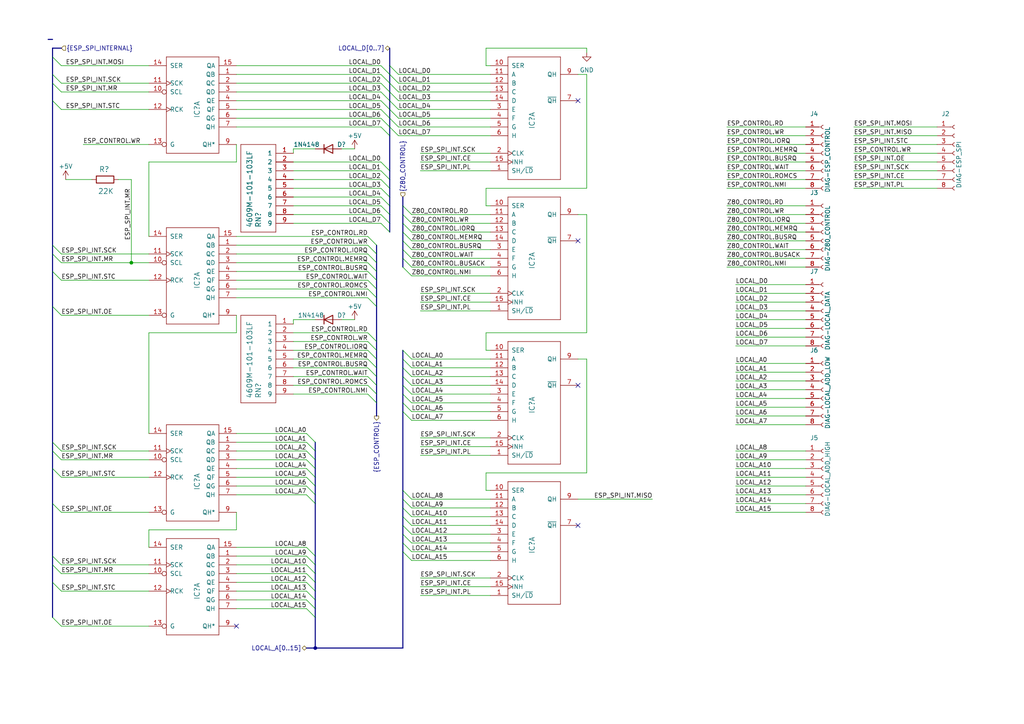
<source format=kicad_sch>
(kicad_sch (version 20230121) (generator eeschema)
  (paper "A4")
  (lib_symbols
    (symbol "Device:D" (pin_numbers hide) (pin_names (offset 1.016) hide)
      (property "Reference" "D" (at 0 2.54 0))
      (property "Value" "D" (at 0 -2.54 0))
      (symbol "D_0_1"
        (polyline (pts (xy -1.27 1.27) (xy -1.27 -1.27)) (stroke (width 0.254)))
        (polyline (pts (xy 1.27 0) (xy -1.27 0)))
        (polyline (pts (xy 1.27 1.27) (xy 1.27 -1.27) (xy -1.27 0) (xy 1.27 1.27)) (stroke (width 0.254)))
      )
      (symbol "D_1_1"
        (pin passive line (at -3.81 0 0) (length 2.54) (name "K") (number "1"))
        (pin passive line (at 3.81 0 180) (length 2.54) (name "A") (number "2"))
      )
    )
    (symbol "Device:R" (pin_numbers hide) (pin_names (offset 0))
      (property "Reference" "R" (at 2.032 0 90))
      (property "Value" "R" (at 0 0 90))
      (symbol "R_0_1"
        (rectangle (start -1.016 -2.54) (end 1.016 2.54) (stroke (width 0.254)))
      )
      (symbol "R_1_1"
        (pin passive line (at 0 3.81 270) (length 1.27) (name "~") (number "1"))
        (pin passive line (at 0 -3.81 90) (length 1.27) (name "~") (number "2"))
      )
    )
    (symbol "FujiNet_Z80Bus_Reference-rescue:4609M-101-103LF-Z80ESP-eagle-import" (pin_names (offset 1.016))
      (property "Reference" "RN" (at 16.51 7.62 0))
      (property "Value" "Z80ESP-eagle-import_4609M-101-103LF" (at 16.51 5.08 0))
      (symbol "4609M-101-103LF-Z80ESP-eagle-import_1_0"
        (polyline (pts (xy 5.08 2.54) (xy 5.08 -22.86)))
        (polyline (pts (xy 5.08 2.54) (xy 15.24 2.54)))
        (polyline (pts (xy 15.24 -22.86) (xy 5.08 -22.86)))
        (polyline (pts (xy 15.24 -22.86) (xy 15.24 2.54)))
        (pin bidirectional line (at 0 0 0) (length 5.08) (name "1") (number "1"))
        (pin bidirectional line (at 0 -2.54 0) (length 5.08) (name "2") (number "2"))
        (pin bidirectional line (at 0 -5.08 0) (length 5.08) (name "3") (number "3"))
        (pin bidirectional line (at 0 -7.62 0) (length 5.08) (name "4") (number "4"))
        (pin bidirectional line (at 0 -10.16 0) (length 5.08) (name "5") (number "5"))
        (pin bidirectional line (at 0 -12.7 0) (length 5.08) (name "6") (number "6"))
        (pin bidirectional line (at 0 -15.24 0) (length 5.08) (name "7") (number "7"))
        (pin bidirectional line (at 0 -17.78 0) (length 5.08) (name "8") (number "8"))
        (pin bidirectional line (at 0 -20.32 0) (length 5.08) (name "9") (number "9"))
      )
    )
    (symbol "FujiNet_Z80Bus_Reference-rescue:74165N-Z80ESP-eagle-import" (pin_names (offset 1.016))
      (property "Reference" "IC" (at -0.635 -0.635 0))
      (symbol "74165N-Z80ESP-eagle-import_1_0"
        (polyline (pts (xy -7.62 -17.78) (xy 7.62 -17.78)))
        (polyline (pts (xy -7.62 17.78) (xy -7.62 -17.78)))
        (polyline (pts (xy 7.62 -17.78) (xy 7.62 17.78)))
        (polyline (pts (xy 7.62 17.78) (xy -7.62 17.78)))
        (pin input line (at -12.7 -15.24 0) (length 5.08) (name "SH/~{LD}") (number "1"))
        (pin input line (at -12.7 15.24 0) (length 5.08) (name "SER") (number "10"))
        (pin input line (at -12.7 12.7 0) (length 5.08) (name "A") (number "11"))
        (pin input line (at -12.7 10.16 0) (length 5.08) (name "B") (number "12"))
        (pin input line (at -12.7 7.62 0) (length 5.08) (name "C") (number "13"))
        (pin input line (at -12.7 5.08 0) (length 5.08) (name "D") (number "14"))
        (pin input clock (at -12.7 -12.7 0) (length 5.08) (name "INH") (number "15"))
        (pin input clock (at -12.7 -10.16 0) (length 5.08) (name "CLK") (number "2"))
        (pin input line (at -12.7 2.54 0) (length 5.08) (name "E") (number "3"))
        (pin input line (at -12.7 0 0) (length 5.08) (name "F") (number "4"))
        (pin input line (at -12.7 -2.54 0) (length 5.08) (name "G") (number "5"))
        (pin input line (at -12.7 -5.08 0) (length 5.08) (name "H") (number "6"))
        (pin output line (at 12.7 5.08 180) (length 5.08) (name "~{QH}") (number "7"))
        (pin output line (at 12.7 12.7 180) (length 5.08) (name "QH") (number "9"))
      )
      (symbol "74165N-Z80ESP-eagle-import_2_0"
        (text "GND" (at 1.905 -5.842 900) (effects (font (size 1.0668 1.0668)) (justify left bottom)))
        (text "VCC" (at 1.905 2.54 900) (effects (font (size 1.0668 1.0668)) (justify left bottom)))
        (pin power_in line (at 0 7.62 270) (length 5.08) (name "VCC") (number "16"))
        (pin power_in line (at 0 -7.62 90) (length 5.08) (name "GND") (number "8"))
      )
    )
    (symbol "FujiNet_Z80Bus_Reference-rescue:74595N-Z80ESP-eagle-import" (pin_names (offset 1.016))
      (property "Reference" "IC" (at -0.635 -0.635 0))
      (symbol "74595N-Z80ESP-eagle-import_1_0"
        (polyline (pts (xy -7.62 -15.24) (xy 7.62 -15.24)))
        (polyline (pts (xy -7.62 12.7) (xy -7.62 -15.24)))
        (polyline (pts (xy 7.62 -15.24) (xy 7.62 12.7)))
        (polyline (pts (xy 7.62 12.7) (xy -7.62 12.7)))
        (pin tri_state line (at 12.7 7.62 180) (length 5.08) (name "QB") (number "1"))
        (pin input inverted (at -12.7 2.54 0) (length 5.08) (name "SCL") (number "10"))
        (pin input clock (at -12.7 5.08 0) (length 5.08) (name "SCK") (number "11"))
        (pin input clock (at -12.7 -2.54 0) (length 5.08) (name "RCK") (number "12"))
        (pin input inverted (at -12.7 -12.7 0) (length 5.08) (name "G") (number "13"))
        (pin input line (at -12.7 10.16 0) (length 5.08) (name "SER") (number "14"))
        (pin tri_state line (at 12.7 10.16 180) (length 5.08) (name "QA") (number "15"))
        (pin tri_state line (at 12.7 5.08 180) (length 5.08) (name "QC") (number "2"))
        (pin tri_state line (at 12.7 2.54 180) (length 5.08) (name "QD") (number "3"))
        (pin tri_state line (at 12.7 0 180) (length 5.08) (name "QE") (number "4"))
        (pin tri_state line (at 12.7 -2.54 180) (length 5.08) (name "QF") (number "5"))
        (pin tri_state line (at 12.7 -5.08 180) (length 5.08) (name "QG") (number "6"))
        (pin tri_state line (at 12.7 -7.62 180) (length 5.08) (name "QH") (number "7"))
        (pin tri_state line (at 12.7 -12.7 180) (length 5.08) (name "QH*") (number "9"))
      )
      (symbol "74595N-Z80ESP-eagle-import_2_0"
        (text "GND" (at 1.905 -5.842 900) (effects (font (size 1.0668 1.0668)) (justify left bottom)))
        (text "VCC" (at 1.905 2.54 900) (effects (font (size 1.0668 1.0668)) (justify left bottom)))
        (pin power_in line (at 0 7.62 270) (length 5.08) (name "VCC") (number "16"))
        (pin power_in line (at 0 -7.62 90) (length 5.08) (name "GND") (number "8"))
      )
    )
    (symbol "FujiNet_Z80Bus_Reference-rescue:Conn_01x08_Female-Connector" (pin_names (offset 1.016) hide)
      (property "Reference" "J" (at 0 10.16 0))
      (property "Value" "Connector_Conn_01x08_Female" (at 0 -12.7 0))
      (symbol "Conn_01x08_Female-Connector_1_1"
        (arc (start 0 -9.652) (mid -0.5058 -10.16) (end 0 -10.668) (stroke (width 0.1524)))
        (arc (start 0 -7.112) (mid -0.5058 -7.62) (end 0 -8.128) (stroke (width 0.1524)))
        (arc (start 0 -4.572) (mid -0.5058 -5.08) (end 0 -5.588) (stroke (width 0.1524)))
        (arc (start 0 -2.032) (mid -0.5058 -2.54) (end 0 -3.048) (stroke (width 0.1524)))
        (polyline (pts (xy -1.27 -10.16) (xy -0.508 -10.16)) (stroke (width 0.1524)))
        (polyline (pts (xy -1.27 -7.62) (xy -0.508 -7.62)) (stroke (width 0.1524)))
        (polyline (pts (xy -1.27 -5.08) (xy -0.508 -5.08)) (stroke (width 0.1524)))
        (polyline (pts (xy -1.27 -2.54) (xy -0.508 -2.54)) (stroke (width 0.1524)))
        (polyline (pts (xy -1.27 0) (xy -0.508 0)) (stroke (width 0.1524)))
        (polyline (pts (xy -1.27 2.54) (xy -0.508 2.54)) (stroke (width 0.1524)))
        (polyline (pts (xy -1.27 5.08) (xy -0.508 5.08)) (stroke (width 0.1524)))
        (polyline (pts (xy -1.27 7.62) (xy -0.508 7.62)) (stroke (width 0.1524)))
        (arc (start 0 0.508) (mid -0.5058 0) (end 0 -0.508) (stroke (width 0.1524)))
        (arc (start 0 3.048) (mid -0.5058 2.54) (end 0 2.032) (stroke (width 0.1524)))
        (arc (start 0 5.588) (mid -0.5058 5.08) (end 0 4.572) (stroke (width 0.1524)))
        (arc (start 0 8.128) (mid -0.5058 7.62) (end 0 7.112) (stroke (width 0.1524)))
        (pin passive line (at -5.08 7.62 0) (length 3.81) (name "Pin_1") (number "1"))
        (pin passive line (at -5.08 5.08 0) (length 3.81) (name "Pin_2") (number "2"))
        (pin passive line (at -5.08 2.54 0) (length 3.81) (name "Pin_3") (number "3"))
        (pin passive line (at -5.08 0 0) (length 3.81) (name "Pin_4") (number "4"))
        (pin passive line (at -5.08 -2.54 0) (length 3.81) (name "Pin_5") (number "5"))
        (pin passive line (at -5.08 -5.08 0) (length 3.81) (name "Pin_6") (number "6"))
        (pin passive line (at -5.08 -7.62 0) (length 3.81) (name "Pin_7") (number "7"))
        (pin passive line (at -5.08 -10.16 0) (length 3.81) (name "Pin_8") (number "8"))
      )
    )
    (symbol "power:+5V" (power) (pin_names (offset 0))
      (property "Value" "+5V" (at 0 3.556 0))
      (symbol "+5V_0_1"
        (polyline (pts (xy -0.762 1.27) (xy 0 2.54)))
        (polyline (pts (xy 0 0) (xy 0 2.54)))
        (polyline (pts (xy 0 2.54) (xy 0.762 1.27)))
      )
      (symbol "+5V_1_1"
        (pin power_in line (at 0 0 90) (length 0) hide (name "+5V") (number "1"))
      )
    )
    (symbol "power:GND" (power) (pin_names (offset 0))
      (property "Value" "GND" (at 0 -3.81 0))
      (symbol "GND_0_1"
        (polyline (pts (xy 0 0) (xy 0 -1.27) (xy 1.27 -1.27) (xy 0 -2.54) (xy -1.27 -1.27) (xy 0 -1.27)))
      )
      (symbol "GND_1_1"
        (pin power_in line (at 0 0 270) (length 0) hide (name "GND") (number "1"))
      )
    )
  )
  (bus_alias "ESP_CONTROL" (members "ESP_CONTROL.RD" "ESP_CONTROL.WR" "ESP_CONTROL.IORQ" "ESP_CONTROL.MEMRQ" "ESP_CONTROL.BUSRQ" "ESP_CONTROL.WAIT" "ESP_CONTROL.ROMCS" "ESP_CONTROL.NMI"))
  (bus_alias "ESP_SPI_INTERNAL" (members "ESP_SPI_INT.MOSI" "ESP_SPI_INT.SCK" "ESP_SPI_INT.MR" "ESP_SPI_INT.STC" "ESP_SPI_INT.CE" "ESP_SPI_INT.PL" "ESP_SPI_INT.MISO" "ESP_SPI_INT.OE" ""))
  (junction (at 38.1 76.2))
  (junction (at 91.44 187.96))
  (no_connect (at 68.58 181.61))
  (no_connect (at 167.64 29.21))
  (no_connect (at 167.64 152.4))
  (no_connect (at 167.64 69.85))
  (no_connect (at 167.64 111.76))
  (bus_entry (at 15.24 21.59) (size 2.54 2.54))
  (bus_entry (at 116.84 104.14) (size 2.54 2.54))
  (bus_entry (at 106.68 114.3) (size 2.54 2.54))
  (bus_entry (at 116.84 106.68) (size 2.54 2.54))
  (bus_entry (at 106.68 68.58) (size 2.54 2.54))
  (bus_entry (at 116.84 160.02) (size 2.54 2.54))
  (bus_entry (at 116.84 119.38) (size 2.54 2.54))
  (bus_entry (at 88.9 173.99) (size 2.54 2.54))
  (bus_entry (at 88.9 161.29) (size 2.54 2.54))
  (bus_entry (at 113.03 31.75) (size 2.54 2.54))
  (bus_entry (at 88.9 128.27) (size 2.54 2.54))
  (bus_entry (at 88.9 166.37) (size 2.54 2.54))
  (bus_entry (at 15.24 88.9) (size 2.54 2.54))
  (bus_entry (at 88.9 133.35) (size 2.54 2.54))
  (bus_entry (at 15.24 161.29) (size 2.54 2.54))
  (bus_entry (at 110.49 29.21) (size 2.54 2.54))
  (bus_entry (at 88.9 135.89) (size 2.54 2.54))
  (bus_entry (at 110.49 49.53) (size 2.54 2.54))
  (bus_entry (at 116.84 72.39) (size 2.54 2.54))
  (bus_entry (at 110.49 31.75) (size 2.54 2.54))
  (bus_entry (at 106.68 99.06) (size 2.54 2.54))
  (bus_entry (at 110.49 34.29) (size 2.54 2.54))
  (bus_entry (at 116.84 109.22) (size 2.54 2.54))
  (bus_entry (at 106.68 71.12) (size 2.54 2.54))
  (bus_entry (at 15.24 29.21) (size 2.54 2.54))
  (bus_entry (at 110.49 26.67) (size 2.54 2.54))
  (bus_entry (at 88.9 140.97) (size 2.54 2.54))
  (bus_entry (at 116.84 157.48) (size 2.54 2.54))
  (bus_entry (at 15.24 163.83) (size 2.54 2.54))
  (bus_entry (at 88.9 168.91) (size 2.54 2.54))
  (bus_entry (at 116.84 152.4) (size 2.54 2.54))
  (bus_entry (at 15.24 130.81) (size 2.54 2.54))
  (bus_entry (at 113.03 36.83) (size 2.54 2.54))
  (bus_entry (at 116.84 59.69) (size 2.54 2.54))
  (bus_entry (at 15.24 71.12) (size 2.54 2.54))
  (bus_entry (at 106.68 83.82) (size 2.54 2.54))
  (bus_entry (at 110.49 21.59) (size 2.54 2.54))
  (bus_entry (at 113.03 26.67) (size 2.54 2.54))
  (bus_entry (at 15.24 135.89) (size 2.54 2.54))
  (bus_entry (at 15.24 73.66) (size 2.54 2.54))
  (bus_entry (at 106.68 86.36) (size 2.54 2.54))
  (bus_entry (at 116.84 154.94) (size 2.54 2.54))
  (bus_entry (at 110.49 52.07) (size 2.54 2.54))
  (bus_entry (at 113.03 21.59) (size 2.54 2.54))
  (bus_entry (at 88.9 171.45) (size 2.54 2.54))
  (bus_entry (at 110.49 46.99) (size 2.54 2.54))
  (bus_entry (at 15.24 78.74) (size 2.54 2.54))
  (bus_entry (at 116.84 142.24) (size 2.54 2.54))
  (bus_entry (at 110.49 59.69) (size 2.54 2.54))
  (bus_entry (at 110.49 57.15) (size 2.54 2.54))
  (bus_entry (at 15.24 128.27) (size 2.54 2.54))
  (bus_entry (at 88.9 176.53) (size 2.54 2.54))
  (bus_entry (at 106.68 73.66) (size 2.54 2.54))
  (bus_entry (at 106.68 109.22) (size 2.54 2.54))
  (bus_entry (at 113.03 19.05) (size 2.54 2.54))
  (bus_entry (at 110.49 19.05) (size 2.54 2.54))
  (bus_entry (at 116.84 77.47) (size 2.54 2.54))
  (bus_entry (at 15.24 179.07) (size 2.54 2.54))
  (bus_entry (at 88.9 130.81) (size 2.54 2.54))
  (bus_entry (at 110.49 54.61) (size 2.54 2.54))
  (bus_entry (at 106.68 106.68) (size 2.54 2.54))
  (bus_entry (at 88.9 125.73) (size 2.54 2.54))
  (bus_entry (at 116.84 67.31) (size 2.54 2.54))
  (bus_entry (at 116.84 114.3) (size 2.54 2.54))
  (bus_entry (at 116.84 144.78) (size 2.54 2.54))
  (bus_entry (at 15.24 146.05) (size 2.54 2.54))
  (bus_entry (at 106.68 78.74) (size 2.54 2.54))
  (bus_entry (at 113.03 24.13) (size 2.54 2.54))
  (bus_entry (at 116.84 62.23) (size 2.54 2.54))
  (bus_entry (at 106.68 101.6) (size 2.54 2.54))
  (bus_entry (at 116.84 149.86) (size 2.54 2.54))
  (bus_entry (at 116.84 69.85) (size 2.54 2.54))
  (bus_entry (at 15.24 24.13) (size 2.54 2.54))
  (bus_entry (at 110.49 36.83) (size 2.54 2.54))
  (bus_entry (at 116.84 147.32) (size 2.54 2.54))
  (bus_entry (at 106.68 104.14) (size 2.54 2.54))
  (bus_entry (at 110.49 62.23) (size 2.54 2.54))
  (bus_entry (at 113.03 34.29) (size 2.54 2.54))
  (bus_entry (at 106.68 76.2) (size 2.54 2.54))
  (bus_entry (at 106.68 111.76) (size 2.54 2.54))
  (bus_entry (at 116.84 101.6) (size 2.54 2.54))
  (bus_entry (at 88.9 138.43) (size 2.54 2.54))
  (bus_entry (at 116.84 64.77) (size 2.54 2.54))
  (bus_entry (at 88.9 163.83) (size 2.54 2.54))
  (bus_entry (at 110.49 24.13) (size 2.54 2.54))
  (bus_entry (at 88.9 143.51) (size 2.54 2.54))
  (bus_entry (at 110.49 64.77) (size 2.54 2.54))
  (bus_entry (at 15.24 168.91) (size 2.54 2.54))
  (bus_entry (at 106.68 81.28) (size 2.54 2.54))
  (bus_entry (at 113.03 29.21) (size 2.54 2.54))
  (bus_entry (at 116.84 74.93) (size 2.54 2.54))
  (bus_entry (at 116.84 111.76) (size 2.54 2.54))
  (bus_entry (at 106.68 96.52) (size 2.54 2.54))
  (bus_entry (at 15.24 16.51) (size 2.54 2.54))
  (bus_entry (at 116.84 116.84) (size 2.54 2.54))
  (bus_entry (at 88.9 158.75) (size 2.54 2.54))
  (wire (pts (xy 271.78 46.99) (xy 247.65 46.99)))
  (wire (pts (xy 38.1 52.07) (xy 38.1 76.2)))
  (bus (pts (xy 116.84 160.02) (xy 116.84 187.96)))
  (bus (pts (xy 116.84 144.78) (xy 116.84 147.32)))
  (wire (pts (xy 85.09 59.69) (xy 110.49 59.69)))
  (wire (pts (xy 233.68 133.35) (xy 213.36 133.35)))
  (wire (pts (xy 17.78 171.45) (xy 43.18 171.45)))
  (wire (pts (xy 119.38 106.68) (xy 142.24 106.68)))
  (wire (pts (xy 233.68 72.39) (xy 210.82 72.39)))
  (bus (pts (xy 91.44 166.37) (xy 91.44 168.91)))
  (wire (pts (xy 68.58 125.73) (xy 88.9 125.73)))
  (wire (pts (xy 121.92 127) (xy 142.24 127)))
  (bus (pts (xy 113.03 26.67) (xy 113.03 29.21)))
  (bus (pts (xy 15.24 13.97) (xy 17.78 13.97)))
  (wire (pts (xy 119.38 121.92) (xy 142.24 121.92)))
  (wire (pts (xy 43.18 153.67) (xy 68.58 153.67)))
  (bus (pts (xy 116.84 62.23) (xy 116.84 64.77)))
  (wire (pts (xy 170.18 21.59) (xy 170.18 54.61)))
  (wire (pts (xy 68.58 31.75) (xy 110.49 31.75)))
  (bus (pts (xy 15.24 130.81) (xy 15.24 128.27)))
  (wire (pts (xy 102.87 92.71) (xy 99.06 92.71)))
  (bus (pts (xy 91.44 163.83) (xy 91.44 166.37)))
  (wire (pts (xy 43.18 46.99) (xy 43.18 68.58)))
  (wire (pts (xy 119.38 160.02) (xy 142.24 160.02)))
  (bus (pts (xy 91.44 140.97) (xy 91.44 143.51)))
  (wire (pts (xy 170.18 15.24) (xy 170.18 13.97)))
  (bus (pts (xy 116.84 64.77) (xy 116.84 67.31)))
  (wire (pts (xy 17.78 148.59) (xy 43.18 148.59)))
  (wire (pts (xy 142.24 64.77) (xy 119.38 64.77)))
  (bus (pts (xy 113.03 36.83) (xy 113.03 39.37)))
  (wire (pts (xy 167.64 104.14) (xy 170.18 104.14)))
  (wire (pts (xy 34.29 52.07) (xy 38.1 52.07)))
  (wire (pts (xy 119.38 149.86) (xy 142.24 149.86)))
  (bus (pts (xy 113.03 21.59) (xy 113.03 24.13)))
  (bus (pts (xy 109.22 106.68) (xy 109.22 109.22)))
  (bus (pts (xy 116.84 116.84) (xy 116.84 119.38)))
  (wire (pts (xy 233.68 100.33) (xy 213.36 100.33)))
  (wire (pts (xy 85.09 92.71) (xy 85.09 93.98)))
  (wire (pts (xy 233.68 123.19) (xy 213.36 123.19)))
  (wire (pts (xy 233.68 138.43) (xy 213.36 138.43)))
  (wire (pts (xy 43.18 19.05) (xy 17.78 19.05)))
  (wire (pts (xy 17.78 81.28) (xy 43.18 81.28)))
  (wire (pts (xy 68.58 153.67) (xy 68.58 148.59)))
  (wire (pts (xy 68.58 133.35) (xy 88.9 133.35)))
  (wire (pts (xy 233.68 64.77) (xy 210.82 64.77)))
  (bus (pts (xy 91.44 133.35) (xy 91.44 135.89)))
  (bus (pts (xy 116.84 109.22) (xy 116.84 111.76)))
  (wire (pts (xy 119.38 104.14) (xy 142.24 104.14)))
  (wire (pts (xy 68.58 29.21) (xy 110.49 29.21)))
  (wire (pts (xy 121.92 87.63) (xy 142.24 87.63)))
  (bus (pts (xy 109.22 81.28) (xy 109.22 83.82)))
  (wire (pts (xy 85.09 96.52) (xy 106.68 96.52)))
  (wire (pts (xy 121.92 170.18) (xy 142.24 170.18)))
  (bus (pts (xy 109.22 88.9) (xy 109.22 99.06)))
  (wire (pts (xy 121.92 44.45) (xy 142.24 44.45)))
  (wire (pts (xy 17.78 138.43) (xy 43.18 138.43)))
  (wire (pts (xy 233.68 54.61) (xy 210.82 54.61)))
  (wire (pts (xy 121.92 167.64) (xy 142.24 167.64)))
  (wire (pts (xy 119.38 111.76) (xy 142.24 111.76)))
  (wire (pts (xy 85.09 49.53) (xy 110.49 49.53)))
  (wire (pts (xy 233.68 107.95) (xy 213.36 107.95)))
  (wire (pts (xy 17.78 73.66) (xy 43.18 73.66)))
  (wire (pts (xy 140.97 59.69) (xy 142.24 59.69)))
  (wire (pts (xy 17.78 91.44) (xy 43.18 91.44)))
  (bus (pts (xy 109.22 83.82) (xy 109.22 86.36)))
  (wire (pts (xy 233.68 130.81) (xy 213.36 130.81)))
  (bus (pts (xy 15.24 11.43) (xy 13.97 11.43)))
  (wire (pts (xy 17.78 163.83) (xy 43.18 163.83)))
  (bus (pts (xy 116.84 72.39) (xy 116.84 74.93)))
  (bus (pts (xy 113.03 52.07) (xy 113.03 54.61)))
  (wire (pts (xy 233.68 115.57) (xy 213.36 115.57)))
  (wire (pts (xy 85.09 43.18) (xy 91.44 43.18)))
  (wire (pts (xy 68.58 73.66) (xy 106.68 73.66)))
  (wire (pts (xy 68.58 83.82) (xy 106.68 83.82)))
  (wire (pts (xy 91.44 92.71) (xy 85.09 92.71)))
  (wire (pts (xy 43.18 46.99) (xy 68.58 46.99)))
  (wire (pts (xy 140.97 101.6) (xy 142.24 101.6)))
  (wire (pts (xy 233.68 52.07) (xy 210.82 52.07)))
  (wire (pts (xy 119.38 114.3) (xy 142.24 114.3)))
  (wire (pts (xy 43.18 153.67) (xy 43.18 158.75)))
  (wire (pts (xy 233.68 49.53) (xy 210.82 49.53)))
  (wire (pts (xy 68.58 36.83) (xy 110.49 36.83)))
  (wire (pts (xy 106.68 101.6) (xy 85.09 101.6)))
  (wire (pts (xy 119.38 147.32) (xy 142.24 147.32)))
  (wire (pts (xy 119.38 119.38) (xy 142.24 119.38)))
  (wire (pts (xy 24.13 41.91) (xy 43.18 41.91)))
  (bus (pts (xy 15.24 88.9) (xy 15.24 128.27)))
  (bus (pts (xy 15.24 168.91) (xy 15.24 179.07)))
  (bus (pts (xy 91.44 176.53) (xy 91.44 179.07)))
  (wire (pts (xy 233.68 69.85) (xy 210.82 69.85)))
  (wire (pts (xy 247.65 54.61) (xy 271.78 54.61)))
  (bus (pts (xy 113.03 54.61) (xy 113.03 57.15)))
  (wire (pts (xy 17.78 133.35) (xy 43.18 133.35)))
  (wire (pts (xy 43.18 96.52) (xy 43.18 125.73)))
  (wire (pts (xy 233.68 82.55) (xy 213.36 82.55)))
  (bus (pts (xy 116.84 106.68) (xy 116.84 109.22)))
  (bus (pts (xy 15.24 135.89) (xy 15.24 130.81)))
  (wire (pts (xy 102.87 43.18) (xy 99.06 43.18)))
  (bus (pts (xy 116.84 114.3) (xy 116.84 116.84)))
  (wire (pts (xy 170.18 54.61) (xy 140.97 54.61)))
  (wire (pts (xy 68.58 24.13) (xy 110.49 24.13)))
  (wire (pts (xy 115.57 31.75) (xy 142.24 31.75)))
  (bus (pts (xy 116.84 157.48) (xy 116.84 160.02)))
  (wire (pts (xy 68.58 130.81) (xy 88.9 130.81)))
  (wire (pts (xy 121.92 85.09) (xy 142.24 85.09)))
  (wire (pts (xy 17.78 166.37) (xy 43.18 166.37)))
  (wire (pts (xy 68.58 135.89) (xy 88.9 135.89)))
  (bus (pts (xy 116.84 154.94) (xy 116.84 157.48)))
  (wire (pts (xy 38.1 76.2) (xy 43.18 76.2)))
  (wire (pts (xy 233.68 146.05) (xy 213.36 146.05)))
  (bus (pts (xy 109.22 104.14) (xy 109.22 106.68)))
  (wire (pts (xy 140.97 137.16) (xy 140.97 142.24)))
  (bus (pts (xy 109.22 116.84) (xy 109.22 120.65)))
  (wire (pts (xy 233.68 105.41) (xy 213.36 105.41)))
  (bus (pts (xy 116.84 187.96) (xy 91.44 187.96)))
  (wire (pts (xy 140.97 96.52) (xy 170.18 96.52)))
  (wire (pts (xy 142.24 62.23) (xy 119.38 62.23)))
  (wire (pts (xy 85.09 109.22) (xy 106.68 109.22)))
  (bus (pts (xy 116.84 119.38) (xy 116.84 142.24)))
  (bus (pts (xy 91.44 143.51) (xy 91.44 146.05)))
  (wire (pts (xy 142.24 74.93) (xy 119.38 74.93)))
  (wire (pts (xy 233.68 77.47) (xy 210.82 77.47)))
  (wire (pts (xy 233.68 90.17) (xy 213.36 90.17)))
  (wire (pts (xy 142.24 67.31) (xy 119.38 67.31)))
  (wire (pts (xy 115.57 36.83) (xy 142.24 36.83)))
  (bus (pts (xy 91.44 173.99) (xy 91.44 176.53)))
  (wire (pts (xy 233.68 87.63) (xy 213.36 87.63)))
  (bus (pts (xy 113.03 19.05) (xy 113.03 21.59)))
  (wire (pts (xy 142.24 72.39) (xy 119.38 72.39)))
  (wire (pts (xy 68.58 176.53) (xy 88.9 176.53)))
  (wire (pts (xy 121.92 49.53) (xy 142.24 49.53)))
  (bus (pts (xy 109.22 76.2) (xy 109.22 78.74)))
  (wire (pts (xy 68.58 68.58) (xy 106.68 68.58)))
  (wire (pts (xy 85.09 114.3) (xy 106.68 114.3)))
  (wire (pts (xy 247.65 52.07) (xy 271.78 52.07)))
  (bus (pts (xy 109.22 111.76) (xy 109.22 114.3)))
  (bus (pts (xy 113.03 29.21) (xy 113.03 31.75)))
  (wire (pts (xy 68.58 168.91) (xy 88.9 168.91)))
  (bus (pts (xy 113.03 31.75) (xy 113.03 34.29)))
  (bus (pts (xy 15.24 29.21) (xy 15.24 71.12)))
  (wire (pts (xy 85.09 46.99) (xy 110.49 46.99)))
  (wire (pts (xy 85.09 99.06) (xy 106.68 99.06)))
  (wire (pts (xy 233.68 92.71) (xy 213.36 92.71)))
  (wire (pts (xy 110.49 19.05) (xy 68.58 19.05)))
  (wire (pts (xy 17.78 181.61) (xy 43.18 181.61)))
  (bus (pts (xy 116.84 147.32) (xy 116.84 149.86)))
  (wire (pts (xy 68.58 173.99) (xy 88.9 173.99)))
  (wire (pts (xy 233.68 97.79) (xy 213.36 97.79)))
  (wire (pts (xy 68.58 34.29) (xy 110.49 34.29)))
  (bus (pts (xy 116.84 101.6) (xy 116.84 104.14)))
  (wire (pts (xy 68.58 96.52) (xy 68.58 91.44)))
  (wire (pts (xy 119.38 116.84) (xy 142.24 116.84)))
  (wire (pts (xy 233.68 110.49) (xy 213.36 110.49)))
  (wire (pts (xy 121.92 129.54) (xy 142.24 129.54)))
  (wire (pts (xy 247.65 44.45) (xy 271.78 44.45)))
  (wire (pts (xy 170.18 13.97) (xy 140.97 13.97)))
  (bus (pts (xy 113.03 57.15) (xy 113.03 59.69)))
  (bus (pts (xy 116.84 111.76) (xy 116.84 114.3)))
  (bus (pts (xy 113.03 13.97) (xy 113.03 19.05)))
  (wire (pts (xy 17.78 24.13) (xy 43.18 24.13)))
  (wire (pts (xy 119.38 144.78) (xy 142.24 144.78)))
  (wire (pts (xy 167.64 21.59) (xy 170.18 21.59)))
  (wire (pts (xy 68.58 21.59) (xy 110.49 21.59)))
  (wire (pts (xy 210.82 39.37) (xy 233.68 39.37)))
  (wire (pts (xy 233.68 135.89) (xy 213.36 135.89)))
  (wire (pts (xy 121.92 172.72) (xy 142.24 172.72)))
  (wire (pts (xy 17.78 130.81) (xy 43.18 130.81)))
  (bus (pts (xy 116.84 74.93) (xy 116.84 77.47)))
  (bus (pts (xy 91.44 146.05) (xy 91.44 161.29)))
  (bus (pts (xy 113.03 24.13) (xy 113.03 26.67)))
  (wire (pts (xy 210.82 67.31) (xy 233.68 67.31)))
  (bus (pts (xy 109.22 114.3) (xy 109.22 116.84)))
  (wire (pts (xy 115.57 39.37) (xy 142.24 39.37)))
  (bus (pts (xy 91.44 130.81) (xy 91.44 133.35)))
  (wire (pts (xy 115.57 26.67) (xy 142.24 26.67)))
  (bus (pts (xy 116.84 59.69) (xy 116.84 62.23)))
  (wire (pts (xy 119.38 109.22) (xy 142.24 109.22)))
  (bus (pts (xy 91.44 138.43) (xy 91.44 140.97)))
  (wire (pts (xy 85.09 64.77) (xy 110.49 64.77)))
  (bus (pts (xy 116.84 149.86) (xy 116.84 152.4)))
  (wire (pts (xy 119.38 162.56) (xy 142.24 162.56)))
  (wire (pts (xy 233.68 113.03) (xy 213.36 113.03)))
  (bus (pts (xy 91.44 171.45) (xy 91.44 173.99)))
  (wire (pts (xy 85.09 52.07) (xy 110.49 52.07)))
  (wire (pts (xy 233.68 140.97) (xy 213.36 140.97)))
  (wire (pts (xy 68.58 78.74) (xy 106.68 78.74)))
  (bus (pts (xy 116.84 57.15) (xy 116.84 59.69)))
  (bus (pts (xy 109.22 99.06) (xy 109.22 101.6)))
  (wire (pts (xy 119.38 152.4) (xy 142.24 152.4)))
  (wire (pts (xy 85.09 106.68) (xy 106.68 106.68)))
  (wire (pts (xy 121.92 132.08) (xy 142.24 132.08)))
  (wire (pts (xy 210.82 36.83) (xy 233.68 36.83)))
  (wire (pts (xy 142.24 80.01) (xy 119.38 80.01)))
  (wire (pts (xy 140.97 101.6) (xy 140.97 96.52)))
  (bus (pts (xy 113.03 49.53) (xy 113.03 52.07)))
  (bus (pts (xy 15.24 163.83) (xy 15.24 161.29)))
  (wire (pts (xy 170.18 62.23) (xy 170.18 96.52)))
  (wire (pts (xy 233.68 62.23) (xy 210.82 62.23)))
  (bus (pts (xy 109.22 86.36) (xy 109.22 88.9)))
  (bus (pts (xy 15.24 78.74) (xy 15.24 88.9)))
  (bus (pts (xy 15.24 16.51) (xy 15.24 13.97)))
  (bus (pts (xy 109.22 78.74) (xy 109.22 81.28)))
  (wire (pts (xy 68.58 46.99) (xy 68.58 41.91)))
  (bus (pts (xy 116.84 67.31) (xy 116.84 69.85)))
  (bus (pts (xy 91.44 128.27) (xy 91.44 130.81)))
  (wire (pts (xy 247.65 41.91) (xy 271.78 41.91)))
  (wire (pts (xy 110.49 26.67) (xy 68.58 26.67)))
  (bus (pts (xy 15.24 146.05) (xy 15.24 161.29)))
  (bus (pts (xy 91.44 161.29) (xy 91.44 163.83)))
  (wire (pts (xy 233.68 143.51) (xy 213.36 143.51)))
  (bus (pts (xy 113.03 34.29) (xy 113.03 36.83)))
  (bus (pts (xy 15.24 73.66) (xy 15.24 71.12)))
  (wire (pts (xy 140.97 19.05) (xy 142.24 19.05)))
  (bus (pts (xy 113.03 64.77) (xy 113.03 67.31)))
  (wire (pts (xy 233.68 148.59) (xy 213.36 148.59)))
  (wire (pts (xy 115.57 34.29) (xy 142.24 34.29)))
  (bus (pts (xy 88.9 187.96) (xy 91.44 187.96)))
  (wire (pts (xy 119.38 69.85) (xy 142.24 69.85)))
  (bus (pts (xy 113.03 39.37) (xy 113.03 49.53)))
  (wire (pts (xy 17.78 31.75) (xy 43.18 31.75)))
  (wire (pts (xy 68.58 86.36) (xy 106.68 86.36)))
  (bus (pts (xy 109.22 109.22) (xy 109.22 111.76)))
  (bus (pts (xy 91.44 168.91) (xy 91.44 171.45)))
  (wire (pts (xy 233.68 74.93) (xy 210.82 74.93)))
  (wire (pts (xy 140.97 54.61) (xy 140.97 59.69)))
  (wire (pts (xy 17.78 26.67) (xy 43.18 26.67)))
  (wire (pts (xy 17.78 76.2) (xy 38.1 76.2)))
  (wire (pts (xy 233.68 59.69) (xy 210.82 59.69)))
  (wire (pts (xy 85.09 111.76) (xy 106.68 111.76)))
  (wire (pts (xy 140.97 142.24) (xy 142.24 142.24)))
  (wire (pts (xy 85.09 57.15) (xy 110.49 57.15)))
  (bus (pts (xy 113.03 62.23) (xy 113.03 64.77)))
  (wire (pts (xy 121.92 90.17) (xy 142.24 90.17)))
  (wire (pts (xy 271.78 39.37) (xy 247.65 39.37)))
  (wire (pts (xy 142.24 77.47) (xy 119.38 77.47)))
  (wire (pts (xy 210.82 41.91) (xy 233.68 41.91)))
  (wire (pts (xy 19.05 52.07) (xy 26.67 52.07)))
  (wire (pts (xy 68.58 163.83) (xy 88.9 163.83)))
  (bus (pts (xy 109.22 73.66) (xy 109.22 76.2)))
  (wire (pts (xy 119.38 154.94) (xy 142.24 154.94)))
  (bus (pts (xy 116.84 104.14) (xy 116.84 106.68)))
  (bus (pts (xy 91.44 135.89) (xy 91.44 138.43)))
  (wire (pts (xy 140.97 13.97) (xy 140.97 19.05)))
  (bus (pts (xy 15.24 78.74) (xy 15.24 73.66)))
  (bus (pts (xy 116.84 142.24) (xy 116.84 144.78)))
  (wire (pts (xy 233.68 85.09) (xy 213.36 85.09)))
  (wire (pts (xy 233.68 120.65) (xy 213.36 120.65)))
  (wire (pts (xy 85.09 54.61) (xy 110.49 54.61)))
  (wire (pts (xy 115.57 21.59) (xy 142.24 21.59)))
  (bus (pts (xy 116.84 69.85) (xy 116.84 72.39)))
  (wire (pts (xy 68.58 171.45) (xy 88.9 171.45)))
  (bus (pts (xy 15.24 135.89) (xy 15.24 146.05)))
  (wire (pts (xy 233.68 46.99) (xy 210.82 46.99)))
  (bus (pts (xy 116.84 152.4) (xy 116.84 154.94)))
  (wire (pts (xy 115.57 29.21) (xy 142.24 29.21)))
  (wire (pts (xy 68.58 71.12) (xy 106.68 71.12)))
  (wire (pts (xy 68.58 166.37) (xy 88.9 166.37)))
  (wire (pts (xy 233.68 44.45) (xy 210.82 44.45)))
  (wire (pts (xy 43.18 96.52) (xy 68.58 96.52)))
  (wire (pts (xy 233.68 118.11) (xy 213.36 118.11)))
  (bus (pts (xy 109.22 101.6) (xy 109.22 104.14)))
  (bus (pts (xy 15.24 21.59) (xy 15.24 16.51)))
  (wire (pts (xy 68.58 158.75) (xy 88.9 158.75)))
  (wire (pts (xy 85.09 104.14) (xy 106.68 104.14)))
  (wire (pts (xy 68.58 143.51) (xy 88.9 143.51)))
  (bus (pts (xy 113.03 59.69) (xy 113.03 62.23)))
  (wire (pts (xy 247.65 49.53) (xy 271.78 49.53)))
  (bus (pts (xy 15.24 29.21) (xy 15.24 24.13)))
  (wire (pts (xy 167.64 144.78) (xy 189.23 144.78)))
  (wire (pts (xy 68.58 81.28) (xy 106.68 81.28)))
  (wire (pts (xy 233.68 95.25) (xy 213.36 95.25)))
  (wire (pts (xy 119.38 157.48) (xy 142.24 157.48)))
  (bus (pts (xy 109.22 71.12) (xy 109.22 73.66)))
  (wire (pts (xy 121.92 46.99) (xy 142.24 46.99)))
  (wire (pts (xy 68.58 140.97) (xy 88.9 140.97)))
  (wire (pts (xy 68.58 128.27) (xy 88.9 128.27)))
  (wire (pts (xy 85.09 62.23) (xy 110.49 62.23)))
  (wire (pts (xy 85.09 44.45) (xy 85.09 43.18)))
  (wire (pts (xy 170.18 104.14) (xy 170.18 137.16)))
  (wire (pts (xy 271.78 36.83) (xy 247.65 36.83)))
  (wire (pts (xy 68.58 76.2) (xy 106.68 76.2)))
  (wire (pts (xy 115.57 24.13) (xy 142.24 24.13)))
  (bus (pts (xy 91.44 179.07) (xy 91.44 187.96)))
  (wire (pts (xy 68.58 161.29) (xy 88.9 161.29)))
  (bus (pts (xy 15.24 168.91) (xy 15.24 163.83)))
  (wire (pts (xy 167.64 62.23) (xy 170.18 62.23)))
  (wire (pts (xy 68.58 138.43) (xy 88.9 138.43)))
  (bus (pts (xy 15.24 24.13) (xy 15.24 21.59)))
  (wire (pts (xy 170.18 137.16) (xy 140.97 137.16)))
  (label "LOCAL_D2" (at 110.49 24.13 180))
  (label "LOCAL_A8" (at 88.9 158.75 180))
  (label "LOCAL_D2" (at 115.57 26.67 0))
  (label "ESP_CONTROL.WAIT" (at 106.68 109.22 180))
  (label "LOCAL_A13" (at 213.36 143.51 0))
  (label "ESP_SPI_INT.SCK" (at 247.65 49.53 0))
  (label "Z80_CONTROL.BUSRQ" (at 119.38 72.39 0))
  (label "LOCAL_D1" (at 110.49 21.59 180))
  (label "LOCAL_A11" (at 88.9 166.37 180))
  (label "LOCAL_D5" (at 213.36 95.25 0))
  (label "ESP_CONTROL.ROMCS" (at 106.68 111.76 180))
  (label "ESP_CONTROL.WR" (at 24.13 41.91 0))
  (label "ESP_CONTROL.BUSRQ" (at 106.68 106.68 180))
  (label "LOCAL_D0" (at 115.57 21.59 0))
  (label "Z80_CONTROL.RD" (at 210.82 59.69 0))
  (label "LOCAL_A0" (at 213.36 105.41 0))
  (label "LOCAL_A6" (at 119.38 119.38 0))
  (label "ESP_CONTROL.IORQ" (at 106.68 101.6 180))
  (label "LOCAL_D7" (at 110.49 64.77 180))
  (label "LOCAL_D2" (at 110.49 52.07 180))
  (label "LOCAL_D6" (at 213.36 97.79 0))
  (label "LOCAL_D5" (at 115.57 34.29 0))
  (label "ESP_SPI_INT.OE" (at 17.78 148.59 0))
  (label "LOCAL_D0" (at 110.49 19.05 180))
  (label "LOCAL_D1" (at 115.57 24.13 0))
  (label "ESP_SPI_INT.PL" (at 247.65 54.61 0))
  (label "ESP_CONTROL.WR" (at 106.68 99.06 180))
  (label "LOCAL_D3" (at 110.49 26.67 180))
  (label "LOCAL_D7" (at 110.49 36.83 180))
  (label "ESP_CONTROL.NMI" (at 106.68 114.3 180))
  (label "LOCAL_A14" (at 119.38 160.02 0))
  (label "LOCAL_A10" (at 88.9 163.83 180))
  (label "ESP_CONTROL.WR" (at 247.65 44.45 0))
  (label "ESP_CONTROL.WR" (at 210.82 39.37 0))
  (label "LOCAL_A13" (at 88.9 171.45 180))
  (label "LOCAL_D0" (at 213.36 82.55 0))
  (label "LOCAL_D6" (at 110.49 34.29 180))
  (label "LOCAL_A9" (at 119.38 147.32 0))
  (label "LOCAL_A2" (at 119.38 109.22 0))
  (label "ESP_SPI_INT.SCK" (at 121.92 127 0))
  (label "ESP_SPI_INT.OE" (at 17.78 181.61 0))
  (label "LOCAL_D7" (at 115.57 39.37 0))
  (label "LOCAL_A9" (at 213.36 133.35 0))
  (label "Z80_CONTROL.WR" (at 119.38 64.77 0))
  (label "LOCAL_A8" (at 213.36 130.81 0))
  (label "LOCAL_D5" (at 110.49 31.75 180))
  (label "ESP_SPI_INT.STC" (at 19.05 31.75 0))
  (label "ESP_SPI_INT.MISO" (at 189.23 144.78 180))
  (label "ESP_SPI_INT.SCK" (at 121.92 167.64 0))
  (label "LOCAL_A7" (at 119.38 121.92 0))
  (label "ESP_SPI_INT.CE" (at 121.92 46.99 0))
  (label "LOCAL_A9" (at 88.9 161.29 180))
  (label "LOCAL_A4" (at 119.38 114.3 0))
  (label "Z80_CONTROL.NMI" (at 119.38 80.01 0))
  (label "LOCAL_D4" (at 110.49 57.15 180))
  (label "ESP_SPI_INT.MOSI" (at 247.65 36.83 0))
  (label "ESP_SPI_INT.MR" (at 19.05 26.67 0))
  (label "ESP_SPI_INT.CE" (at 121.92 129.54 0))
  (label "ESP_SPI_INT.STC" (at 17.78 81.28 0))
  (label "LOCAL_A2" (at 88.9 130.81 180))
  (label "Z80_CONTROL.IORQ" (at 119.38 67.31 0))
  (label "ESP_SPI_INT.CE" (at 121.92 87.63 0))
  (label "Z80_CONTROL.WAIT" (at 210.82 72.39 0))
  (label "Z80_CONTROL.BUSRQ" (at 210.82 69.85 0))
  (label "ESP_SPI_INT.STC" (at 247.65 41.91 0))
  (label "LOCAL_D2" (at 213.36 87.63 0))
  (label "ESP_SPI_INT.PL" (at 121.92 90.17 0))
  (label "ESP_SPI_INT.CE" (at 247.65 52.07 0))
  (label "ESP_CONTROL.MEMRQ" (at 106.68 104.14 180))
  (label "ESP_SPI_INT.PL" (at 121.92 49.53 0))
  (label "LOCAL_D3" (at 115.57 29.21 0))
  (label "ESP_SPI_INT.OE" (at 17.78 91.44 0))
  (label "ESP_CONTROL.IORQ" (at 106.68 73.66 180))
  (label "LOCAL_A10" (at 213.36 135.89 0))
  (label "ESP_CONTROL.WAIT" (at 106.68 81.28 180))
  (label "ESP_CONTROL.MEMRQ" (at 106.68 76.2 180))
  (label "Z80_CONTROL.BUSACK" (at 210.82 74.93 0))
  (label "ESP_CONTROL.NMI" (at 210.82 54.61 0))
  (label "LOCAL_A1" (at 119.38 106.68 0))
  (label "LOCAL_A11" (at 119.38 152.4 0))
  (label "LOCAL_A4" (at 213.36 115.57 0))
  (label "LOCAL_A0" (at 119.38 104.14 0))
  (label "ESP_CONTROL.ROMCS" (at 210.82 52.07 0))
  (label "ESP_SPI_INT.PL" (at 121.92 132.08 0))
  (label "LOCAL_D5" (at 110.49 59.69 180))
  (label "LOCAL_A6" (at 88.9 140.97 180))
  (label "LOCAL_D7" (at 213.36 100.33 0))
  (label "ESP_SPI_INT.MR" (at 17.78 133.35 0))
  (label "ESP_CONTROL.NMI" (at 106.68 86.36 180))
  (label "LOCAL_A7" (at 88.9 143.51 180))
  (label "LOCAL_A5" (at 119.38 116.84 0))
  (label "ESP_SPI_INT.CE" (at 121.92 170.18 0))
  (label "LOCAL_A14" (at 88.9 173.99 180))
  (label "LOCAL_D3" (at 110.49 54.61 180))
  (label "LOCAL_A11" (at 213.36 138.43 0))
  (label "ESP_CONTROL.WR" (at 106.68 71.12 180))
  (label "ESP_SPI_INT.SCK" (at 17.78 163.83 0))
  (label "ESP_SPI_INT.MR" (at 17.78 166.37 0))
  (label "LOCAL_A2" (at 213.36 110.49 0))
  (label "Z80_CONTROL.IORQ" (at 210.82 64.77 0))
  (label "LOCAL_A5" (at 88.9 138.43 180))
  (label "LOCAL_A12" (at 213.36 140.97 0))
  (label "ESP_SPI_INT.MR" (at 17.78 76.2 0))
  (label "LOCAL_A12" (at 88.9 168.91 180))
  (label "ESP_CONTROL.BUSRQ" (at 106.68 78.74 180))
  (label "LOCAL_D3" (at 213.36 90.17 0))
  (label "Z80_CONTROL.RD" (at 119.38 62.23 0))
  (label "LOCAL_A4" (at 88.9 135.89 180))
  (label "ESP_CONTROL.ROMCS" (at 106.68 83.82 180))
  (label "ESP_SPI_INT.MR" (at 38.1 54.61 270))
  (label "LOCAL_A10" (at 119.38 149.86 0))
  (label "LOCAL_A8" (at 119.38 144.78 0))
  (label "ESP_SPI_INT.OE" (at 247.65 46.99 0))
  (label "LOCAL_A7" (at 213.36 123.19 0))
  (label "LOCAL_A12" (at 119.38 154.94 0))
  (label "LOCAL_A5" (at 213.36 118.11 0))
  (label "Z80_CONTROL.WAIT" (at 119.38 74.93 0))
  (label "ESP_SPI_INT.SCK" (at 17.78 130.81 0))
  (label "ESP_CONTROL.MEMRQ" (at 210.82 44.45 0))
  (label "LOCAL_A15" (at 119.38 162.56 0))
  (label "Z80_CONTROL.MEMRQ" (at 210.82 67.31 0))
  (label "LOCAL_A13" (at 119.38 157.48 0))
  (label "LOCAL_D4" (at 115.57 31.75 0))
  (label "LOCAL_D4" (at 213.36 92.71 0))
  (label "LOCAL_A1" (at 88.9 128.27 180))
  (label "ESP_SPI_INT.SCK" (at 17.78 73.66 0))
  (label "ESP_SPI_INT.SCK" (at 121.92 85.09 0))
  (label "LOCAL_A3" (at 119.38 111.76 0))
  (label "ESP_CONTROL.WAIT" (at 210.82 49.53 0))
  (label "ESP_SPI_INT.SCK" (at 19.05 24.13 0))
  (label "LOCAL_A15" (at 88.9 176.53 180))
  (label "ESP_CONTROL.RD" (at 106.68 68.58 180))
  (label "LOCAL_D6" (at 115.57 36.83 0))
  (label "LOCAL_A6" (at 213.36 120.65 0))
  (label "LOCAL_A1" (at 213.36 107.95 0))
  (label "ESP_SPI_INT.MOSI" (at 19.05 19.05 0))
  (label "Z80_CONTROL.WR" (at 210.82 62.23 0))
  (label "ESP_SPI_INT.STC" (at 17.78 138.43 0))
  (label "LOCAL_D6" (at 110.49 62.23 180))
  (label "ESP_SPI_INT.PL" (at 121.92 172.72 0))
  (label "LOCAL_A15" (at 213.36 148.59 0))
  (label "Z80_CONTROL.BUSACK" (at 119.38 77.47 0))
  (label "LOCAL_D1" (at 213.36 85.09 0))
  (label "ESP_CONTROL.RD" (at 210.82 36.83 0))
  (label "ESP_SPI_INT.MISO" (at 247.65 39.37 0))
  (label "ESP_SPI_INT.SCK" (at 121.92 44.45 0))
  (label "LOCAL_D0" (at 110.49 46.99 180))
  (label "LOCAL_A3" (at 88.9 133.35 180))
  (label "LOCAL_A0" (at 88.9 125.73 180))
  (label "LOCAL_D1" (at 110.49 49.53 180))
  (label "Z80_CONTROL.NMI" (at 210.82 77.47 0))
  (label "ESP_CONTROL.RD" (at 106.68 96.52 180))
  (label "LOCAL_D4" (at 110.49 29.21 180))
  (label "Z80_CONTROL.MEMRQ" (at 119.38 69.85 0))
  (label "ESP_CONTROL.BUSRQ" (at 210.82 46.99 0))
  (label "ESP_SPI_INT.STC" (at 17.78 171.45 0))
  (label "ESP_CONTROL.IORQ" (at 210.82 41.91 0))
  (label "LOCAL_A3" (at 213.36 113.03 0))
  (label "LOCAL_A14" (at 213.36 146.05 0))
  (hierarchical_label "LOCAL_A[0..15]" (shape bidirectional) (at 88.9 187.96 180))
  (hierarchical_label "LOCAL_D[0..7]" (shape bidirectional) (at 113.03 13.97 180))
  (hierarchical_label "{ESP_SPI_INTERNAL}" (shape input) (at 17.78 13.97 0))
  (hierarchical_label "{ESP_CONTROL}" (shape output) (at 109.22 120.65 270))
  (hierarchical_label "{Z80_CONTROL}" (shape input) (at 116.84 57.15 90))
  (symbol (lib_id "FujiNet_Z80Bus_Reference-rescue:Conn_01x08_Female-Connector") (at 238.76 67.31 0) (unit 1)
    (property "Reference" "J3" (at 234.95 55.88 0) (effects (justify left)))
    (property "Value" "DIAG-Z80_CONTROL" (at 240.03 78.74 90) (effects (justify left)))
    (property "Footprint" "Connector_PinHeader_2.54mm:PinHeader_1x08_P2.54mm_Vertical" (effects hide))
  )
  (symbol (lib_id "FujiNet_Z80Bus_Reference-rescue:Conn_01x08_Female-Connector") (at 238.76 44.45 0) (unit 1)
    (property "Reference" "J4" (at 234.95 33.02 0) (effects (justify left)))
    (property "Value" "DIAG-ESP_CONTROL" (at 240.03 55.88 90) (effects (justify left)))
    (property "Footprint" "Connector_PinHeader_2.54mm:PinHeader_1x08_P2.54mm_Vertical" (effects hide))
  )
  (symbol (lib_id "FujiNet_Z80Bus_Reference-rescue:Conn_01x08_Female-Connector") (at 238.76 90.17 0) (unit 1)
    (property "Reference" "J7" (at 234.95 78.74 0) (effects (justify left)))
    (property "Value" "DIAG-LOCAL_DATA" (at 240.03 101.6 90) (effects (justify left)))
    (property "Footprint" "Connector_PinHeader_2.54mm:PinHeader_1x08_P2.54mm_Vertical" (effects hide))
  )
  (symbol (lib_id "FujiNet_Z80Bus_Reference-rescue:Conn_01x08_Female-Connector") (at 238.76 113.03 0) (unit 1)
    (property "Reference" "J6" (at 234.95 101.6 0) (effects (justify left)))
    (property "Value" "DIAG-LOCAL_ADD_LOW" (at 240.03 124.46 90) (effects (justify left)))
    (property "Footprint" "Connector_PinHeader_2.54mm:PinHeader_1x08_P2.54mm_Vertical" (effects hide))
  )
  (symbol (lib_id "FujiNet_Z80Bus_Reference-rescue:Conn_01x08_Female-Connector") (at 238.76 138.43 0) (unit 1)
    (property "Reference" "J5" (at 234.95 127 0) (effects (justify left)))
    (property "Value" "DIAG-LOCAL_ADD_HIGH" (at 240.03 149.86 90) (effects (justify left)))
    (property "Footprint" "Connector_PinHeader_2.54mm:PinHeader_1x08_P2.54mm_Vertical" (effects hide))
  )
  (symbol (lib_id "FujiNet_Z80Bus_Reference-rescue:Conn_01x08_Female-Connector") (at 276.86 44.45 0) (unit 1)
    (property "Reference" "J2" (at 273.05 33.02 0) (effects (justify left)))
    (property "Value" "DIAG-ESP_SPI" (at 278.13 54.61 90) (effects (justify left)))
    (property "Footprint" "Connector_PinHeader_2.54mm:PinHeader_1x08_P2.54mm_Vertical" (effects hide))
  )
  (symbol (lib_id "FujiNet_Z80Bus_Reference-rescue:74595N-Z80ESP-eagle-import") (at 55.88 29.21 0) (unit 1)
    (property "Reference" "IC?" (at 57.15 31.75 90) (effects (font (size 1.5 1.5))))
    (property "Value" "74595N" (effects hide))
    (property "Footprint" "Package_DIP:DIP-16_W7.62mm_Socket" (effects hide))
    (instances (project "FujiNet_Z80Bus_Reference" (path "" (reference "IC?") (unit 1)) (path "" (reference "SPI-LOCAL_DATA.OUT1") (unit 1))))
  )
  (symbol (lib_id "FujiNet_Z80Bus_Reference-rescue:74595N-Z80ESP-eagle-import") (at 55.88 135.89 0) (unit 1)
    (property "Reference" "IC?" (at 57.15 139.7 90) (effects (font (size 1.4986 1.4986))))
    (property "Value" "74595N" (effects hide))
    (property "Footprint" "Package_DIP:DIP-16_W7.62mm_Socket" (effects hide))
    (instances (project "FujiNet_Z80Bus_Reference" (path "" (reference "IC?") (unit 1)) (path "" (reference "SPI-LOCAL_ADD_L.OUT1") (unit 1))))
  )
  (symbol (lib_id "FujiNet_Z80Bus_Reference-rescue:74595N-Z80ESP-eagle-import") (at 55.88 168.91 0) (unit 1)
    (property "Reference" "IC?" (at 57.15 171.45 90) (effects (font (size 1.4986 1.4986))))
    (property "Value" "74595N" (effects hide))
    (property "Footprint" "Package_DIP:DIP-16_W7.62mm_Socket" (effects hide))
    (instances (project "FujiNet_Z80Bus_Reference" (path "" (reference "IC?") (unit 1)) (path "" (reference "SPI-LOCAL_ADD_HIGH.OUT1") (unit 1))))
  )
  (symbol (lib_id "FujiNet_Z80Bus_Reference-rescue:74165N-Z80ESP-eagle-import") (at 154.94 34.29 0) (unit 1)
    (property "Reference" "IC?" (at 154.305 34.925 90) (effects (font (size 1.4986 1.4986))))
    (property "Value" "74165N" (effects hide))
    (property "Footprint" "Package_DIP:DIP-16_W7.62mm_Socket" (effects hide))
    (instances (project "FujiNet_Z80Bus_Reference" (path "" (reference "IC?") (unit 1)) (path "" (reference "SPI-LOCAL_DATA.IN1") (unit 1))))
  )
  (symbol (lib_id "FujiNet_Z80Bus_Reference-rescue:74165N-Z80ESP-eagle-import") (at 154.94 74.93 0) (unit 1)
    (property "Reference" "IC?" (at 154.305 75.565 90) (effects (font (size 1.4986 1.4986))))
    (property "Value" "74165N" (effects hide))
    (property "Footprint" "Package_DIP:DIP-16_W7.62mm_Socket" (effects hide))
    (instances (project "FujiNet_Z80Bus_Reference" (path "" (reference "IC?") (unit 1)) (path "" (reference "SPI-Z80_CONTROL.IN1") (unit 1))))
  )
  (symbol (lib_id "FujiNet_Z80Bus_Reference-rescue:74165N-Z80ESP-eagle-import") (at 154.94 116.84 0) (unit 1)
    (property "Reference" "IC?" (at 154.305 117.475 90) (effects (font (size 1.4986 1.4986))))
    (property "Value" "74165N" (effects hide))
    (property "Footprint" "Package_DIP:DIP-16_W7.62mm_Socket" (effects hide))
    (instances (project "FujiNet_Z80Bus_Reference" (path "" (reference "IC?") (unit 1)) (path "" (reference "SPI-LOCAL_ADDR_L.IN1") (unit 1))))
  )
  (symbol (lib_id "FujiNet_Z80Bus_Reference-rescue:74165N-Z80ESP-eagle-import") (at 154.94 157.48 0) (unit 1)
    (property "Reference" "IC?" (at 154.305 158.115 90) (effects (font (size 1.4986 1.4986))))
    (property "Value" "74165N" (effects hide))
    (property "Footprint" "Package_DIP:DIP-16_W7.62mm_Socket" (effects hide))
    (instances (project "FujiNet_Z80Bus_Reference" (path "" (reference "IC?") (unit 1)) (path "" (reference "SPI-LOCAL_ADD_H.IN1") (unit 1))))
  )
  (symbol (lib_id "FujiNet_Z80Bus_Reference-rescue:4609M-101-103LF-Z80ESP-eagle-import") (at 85.09 44.45 0) (mirror y) (unit 1)
    (property "Reference" "RN?" (at 74.93 66.04 90) (effects (font (size 1.4986 1.4986)) (justify left)))
    (property "Value" "4609M-101-103LF" (at 72.39 66.04 90) (effects (font (size 1.4986 1.4986)) (justify left)))
    (property "Footprint" "Resistor_THT:R_Array_SIP9" (effects hide))
    (instances (project "FujiNet_Z80Bus_Reference" (path "" (reference "RN?") (unit 1)) (path "" (reference "LOCAL_DATA_BIAS1") (unit 1))))
  )
  (symbol (lib_id "FujiNet_Z80Bus_Reference-rescue:4609M-101-103LF-Z80ESP-eagle-import") (at 85.09 93.98 0) (mirror y) (unit 1)
    (property "Reference" "RN?" (at 74.93 115.57 90) (effects (font (size 1.4986 1.4986)) (justify left)))
    (property "Value" "4609M-101-103LF" (at 72.39 115.57 90) (effects (font (size 1.4986 1.4986)) (justify left)))
    (property "Footprint" "Resistor_THT:R_Array_SIP9" (effects hide))
    (instances (project "FujiNet_Z80Bus_Reference" (path "" (reference "RN?") (unit 1)) (path "" (reference "ESP_CONTROL_BIAS1") (unit 1))))
  )
  (symbol (lib_id "Device:R") (at 30.48 52.07 90) (unit 1)
    (property "Reference" "R?" (at 31.75 48.26 90) (effects (font (size 1.4986 1.4986)) (justify left bottom)))
    (property "Value" "22K" (at 33.02 54.61 90) (effects (font (size 1.4986 1.4986)) (justify left bottom)))
    (property "Footprint" "Resistor_THT:R_Axial_DIN0207_L6.3mm_D2.5mm_P10.16mm_Horizontal" (effects hide))
    (instances (project "FujiNet_Z80Bus_Reference" (path "" (reference "R?") (unit 1)) (path "" (reference "R6") (unit 1))))
  )
  (symbol (lib_id "FujiNet_Z80Bus_Reference-rescue:74595N-Z80ESP-eagle-import") (at 55.88 78.74 0) (unit 1)
    (property "Reference" "IC?" (at 57.15 81.28 90) (effects (font (size 1.4986 1.4986))))
    (property "Value" "74595N" (effects hide))
    (property "Footprint" "Package_DIP:DIP-16_W7.62mm_Socket" (effects hide))
    (instances (project "FujiNet_Z80Bus_Reference" (path "" (reference "IC?") (unit 1)) (path "" (reference "SPI-ESP_CONTROL.OUT1") (unit 1))))
  )
  (symbol (lib_id "Device:D") (at 95.25 43.18 0) (mirror x) (unit 1)
    (property "Reference" "D?" (at 99.06 41.91 0))
    (property "Value" "1N4148" (at 88.9 41.91 0))
    (property "Footprint" "Diode_THT:D_T-1_P5.08mm_Horizontal" (effects hide))
    (instances (project "FujiNet_Z80Bus_Reference" (path "" (reference "D?") (unit 1)) (path "" (reference "D15") (unit 1))))
  )
  (symbol (lib_id "Device:D") (at 95.25 92.71 0) (mirror x) (unit 1)
    (property "Reference" "D?" (at 99.06 91.44 0))
    (property "Value" "1N4148" (at 90.17 91.44 0))
    (property "Footprint" "Diode_THT:D_T-1_P5.08mm_Horizontal" (effects hide))
    (instances (project "FujiNet_Z80Bus_Reference" (path "" (reference "D?") (unit 1)) (path "" (reference "D16") (unit 1))))
  )
  (symbol (lib_id "power:+5V") (at 102.87 43.18 0) (unit 1)
    (property "Reference" "#PWR07" (effects hide))
    (property "Value" "+5V" (at 102.87 39.37 0))
  )
  (symbol (lib_id "power:GND") (at 170.18 15.24 0) (unit 1)
    (property "Reference" "#PWR019" (effects hide))
    (property "Value" "GND" (at 170.18 20.32 0))
  )
  (symbol (lib_id "power:+5V") (at 102.87 92.71 0) (unit 1)
    (property "Reference" "#PWR01" (effects hide))
    (property "Value" "+5V" (at 102.87 88.9 0))
  )
  (symbol (lib_id "power:+5V") (at 19.05 52.07 0) (unit 1)
    (property "Reference" "#PWR06" (effects hide))
    (property "Value" "+5V" (at 19.05 48.26 0))
  )
)
</source>
